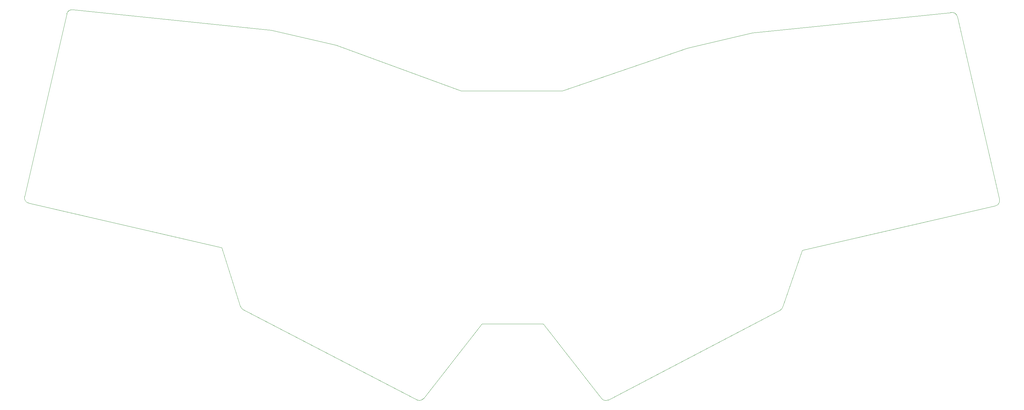
<source format=gbr>
%TF.GenerationSoftware,KiCad,Pcbnew,(6.0.8)*%
%TF.CreationDate,2023-05-09T18:28:35-05:00*%
%TF.ProjectId,Butterfly,42757474-6572-4666-9c79-2e6b69636164,1.0.0*%
%TF.SameCoordinates,Original*%
%TF.FileFunction,Profile,NP*%
%FSLAX46Y46*%
G04 Gerber Fmt 4.6, Leading zero omitted, Abs format (unit mm)*
G04 Created by KiCad (PCBNEW (6.0.8)) date 2023-05-09 18:28:35*
%MOMM*%
%LPD*%
G01*
G04 APERTURE LIST*
%TA.AperFunction,Profile*%
%ADD10C,0.100000*%
%TD*%
G04 APERTURE END LIST*
D10*
X264701862Y-119278981D02*
X320473059Y-106403655D01*
X111433018Y-55655325D02*
X54272244Y-49764848D01*
X41410308Y-105625478D02*
X97089450Y-118455755D01*
X130144647Y-59964496D02*
X111433018Y-55655325D01*
X52368322Y-50956325D02*
X40187558Y-103742609D01*
X208688093Y-162469401D02*
X258335343Y-136509016D01*
X231531362Y-60785492D02*
X195380550Y-73208613D01*
X155412835Y-161999333D02*
X172239351Y-140457881D01*
X166170018Y-73181325D02*
X130144647Y-59964496D01*
X321595591Y-104459374D02*
X309437244Y-51771605D01*
X189885662Y-140456095D02*
X206783661Y-162112735D01*
X258335349Y-136509026D02*
G75*
G03*
X259115814Y-135428060I-777865J1383857D01*
G01*
X309437303Y-51771592D02*
G75*
G03*
X307554375Y-50548857I-1552819J-330077D01*
G01*
X250252936Y-56459688D02*
X231531362Y-60785492D01*
X97089450Y-118455755D02*
X102481153Y-135376104D01*
X103341188Y-136394900D02*
X153544791Y-162513611D01*
X172239351Y-140457881D02*
X189885662Y-140456095D01*
X102481167Y-135376100D02*
G75*
G03*
X103341188Y-136394900I1530917J419931D01*
G01*
X40187571Y-103742612D02*
G75*
G03*
X41410308Y-105625478I1552813J-330057D01*
G01*
X54272244Y-49764848D02*
G75*
G03*
X52368322Y-50954550I-357110J-1546811D01*
G01*
X195380550Y-73208613D02*
X166170018Y-73181325D01*
X320473066Y-106403680D02*
G75*
G03*
X321595591Y-104459374I-410882J1533411D01*
G01*
X259115814Y-135428060D02*
X264701862Y-119278981D01*
X307554375Y-50548857D02*
X250252936Y-56459688D01*
X206783668Y-162112729D02*
G75*
G03*
X208688093Y-162469401I1183716J1057760D01*
G01*
X153544781Y-162513636D02*
G75*
G03*
X155412835Y-161999333I600203J1469667D01*
G01*
M02*

</source>
